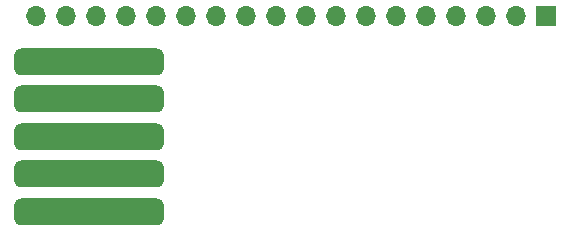
<source format=gbr>
%TF.GenerationSoftware,KiCad,Pcbnew,8.0.8-8.0.8-0~ubuntu22.04.1*%
%TF.CreationDate,2025-01-15T16:25:44-08:00*%
%TF.ProjectId,NX-ButtonInterface,4e582d42-7574-4746-9f6e-496e74657266,1*%
%TF.SameCoordinates,Original*%
%TF.FileFunction,Soldermask,Bot*%
%TF.FilePolarity,Negative*%
%FSLAX46Y46*%
G04 Gerber Fmt 4.6, Leading zero omitted, Abs format (unit mm)*
G04 Created by KiCad (PCBNEW 8.0.8-8.0.8-0~ubuntu22.04.1) date 2025-01-15 16:25:44*
%MOMM*%
%LPD*%
G01*
G04 APERTURE LIST*
G04 Aperture macros list*
%AMRoundRect*
0 Rectangle with rounded corners*
0 $1 Rounding radius*
0 $2 $3 $4 $5 $6 $7 $8 $9 X,Y pos of 4 corners*
0 Add a 4 corners polygon primitive as box body*
4,1,4,$2,$3,$4,$5,$6,$7,$8,$9,$2,$3,0*
0 Add four circle primitives for the rounded corners*
1,1,$1+$1,$2,$3*
1,1,$1+$1,$4,$5*
1,1,$1+$1,$6,$7*
1,1,$1+$1,$8,$9*
0 Add four rect primitives between the rounded corners*
20,1,$1+$1,$2,$3,$4,$5,0*
20,1,$1+$1,$4,$5,$6,$7,0*
20,1,$1+$1,$6,$7,$8,$9,0*
20,1,$1+$1,$8,$9,$2,$3,0*%
G04 Aperture macros list end*
%ADD10R,1.700000X1.700000*%
%ADD11O,1.700000X1.700000*%
%ADD12RoundRect,0.571500X5.778500X0.571500X-5.778500X0.571500X-5.778500X-0.571500X5.778500X-0.571500X0*%
G04 APERTURE END LIST*
D10*
%TO.C,J1*%
X129921000Y-92964000D03*
D11*
X127381000Y-92964000D03*
X124841000Y-92964000D03*
X122301000Y-92964000D03*
X119761000Y-92964000D03*
X117221000Y-92964000D03*
X114681000Y-92964000D03*
X112141000Y-92964000D03*
X109601000Y-92964000D03*
X107061000Y-92964000D03*
X104521000Y-92964000D03*
X101981000Y-92964000D03*
X99441000Y-92964000D03*
X96901000Y-92964000D03*
X94361000Y-92964000D03*
X91821000Y-92964000D03*
X89281000Y-92964000D03*
X86741000Y-92964000D03*
%TD*%
D12*
%TO.C,J2*%
X91198700Y-96875600D03*
X91198700Y-100050600D03*
X91198700Y-103225600D03*
X91198700Y-106400600D03*
X91198700Y-109575600D03*
%TD*%
M02*

</source>
